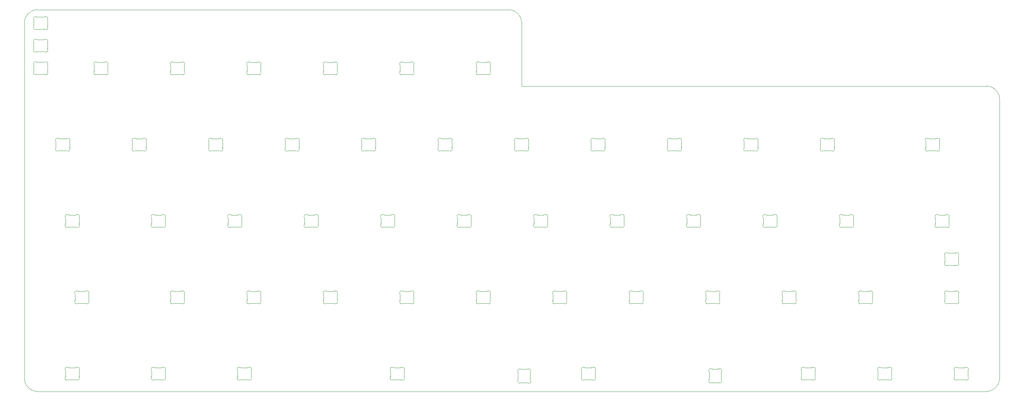
<source format=gbr>
G04 #@! TF.GenerationSoftware,KiCad,Pcbnew,(7.0.0)*
G04 #@! TF.CreationDate,2023-09-30T19:12:23+02:00*
G04 #@! TF.ProjectId,vootington gaming,766f6f74-696e-4677-946f-6e2067616d69,rev?*
G04 #@! TF.SameCoordinates,Original*
G04 #@! TF.FileFunction,Profile,NP*
%FSLAX46Y46*%
G04 Gerber Fmt 4.6, Leading zero omitted, Abs format (unit mm)*
G04 Created by KiCad (PCBNEW (7.0.0)) date 2023-09-30 19:12:23*
%MOMM*%
%LPD*%
G01*
G04 APERTURE LIST*
G04 #@! TA.AperFunction,Profile*
%ADD10C,0.050000*%
G04 #@! TD*
G04 #@! TA.AperFunction,Profile*
%ADD11C,0.100000*%
G04 #@! TD*
G04 APERTURE END LIST*
D10*
X269875000Y-34925000D02*
X269875000Y-104775000D01*
X50681250Y-12700000D02*
X60281250Y-12700000D01*
X49657000Y-12700000D02*
X50681250Y-12700000D01*
X26987500Y-104775000D02*
G75*
G03*
X30162500Y-107950000I3175000J0D01*
G01*
X26987500Y-104775000D02*
X26987500Y-27384375D01*
X61341000Y-12700000D02*
X60281250Y-12700000D01*
X246459375Y-31750000D02*
X160337500Y-31750000D01*
X266700000Y-107950000D02*
X30162500Y-107950000D01*
X266700000Y-107950000D02*
G75*
G03*
X269875000Y-104775000I0J3175000D01*
G01*
X26987500Y-27384375D02*
X26987500Y-15875000D01*
X150812500Y-15875000D02*
G75*
G03*
X147637500Y-12700000I-3175100J-100D01*
G01*
X61341000Y-12700000D02*
X147637500Y-12700000D01*
X30162500Y-12700000D02*
G75*
G03*
X26987500Y-15875000I0J-3175000D01*
G01*
X30162500Y-12700000D02*
X49657000Y-12700000D01*
X150812500Y-31750000D02*
X160337500Y-31750000D01*
X150812500Y-15875000D02*
X150812500Y-31750000D01*
X269875000Y-34925000D02*
G75*
G03*
X266700000Y-31750000I-3175100J-100D01*
G01*
X246459375Y-31750000D02*
X266700000Y-31750000D01*
D11*
X152962750Y-103325548D02*
X152962750Y-104914453D01*
X152165593Y-105819999D02*
X150759909Y-105819999D01*
X150759909Y-102420001D02*
X152165593Y-102420001D01*
X149962751Y-104914452D02*
X149962751Y-103325548D01*
X152962750Y-104914453D02*
G75*
G03*
X153031049Y-105166711I500009J3D01*
G01*
X152382472Y-105869483D02*
G75*
G03*
X153031048Y-105166711I216878J450513D01*
G01*
X153031050Y-103073289D02*
G75*
G03*
X152962751Y-103325547I431710J-252261D01*
G01*
X153031051Y-103073289D02*
G75*
G03*
X152382471Y-102370516I-431711J252249D01*
G01*
X152165593Y-102419999D02*
G75*
G03*
X152382471Y-102370515I-43J500199D01*
G01*
X152382465Y-105869497D02*
G75*
G03*
X152165594Y-105819999I-216815J-450103D01*
G01*
X150543021Y-102370536D02*
G75*
G03*
X150759908Y-102420001I216929J450936D01*
G01*
X149894486Y-105166731D02*
G75*
G03*
X150543032Y-105869483I431664J-252269D01*
G01*
X150759909Y-105819986D02*
G75*
G03*
X150543031Y-105869485I-59J-499614D01*
G01*
X149894452Y-105166711D02*
G75*
G03*
X149962751Y-104914452I-431712J252261D01*
G01*
X150543029Y-102370520D02*
G75*
G03*
X149894454Y-103073289I-216879J-450510D01*
G01*
X149962734Y-103325548D02*
G75*
G03*
X149894451Y-103073290I-499184J248D01*
G01*
X37193751Y-104231843D02*
X37193751Y-102826159D01*
X38099298Y-102029001D02*
X39688202Y-102029001D01*
X39688202Y-105029000D02*
X38099297Y-105029000D01*
X40593749Y-102826159D02*
X40593749Y-104231843D01*
X37193750Y-102826159D02*
G75*
G03*
X37144265Y-102609281I-499989J2D01*
G01*
X37847039Y-101960702D02*
G75*
G03*
X37144267Y-102609282I-252259J-431700D01*
G01*
X37144266Y-104448721D02*
G75*
G03*
X37193751Y-104231844I-450505J216876D01*
G01*
X37144266Y-104448721D02*
G75*
G03*
X37847039Y-105097299I450514J-216878D01*
G01*
X38099297Y-105029000D02*
G75*
G03*
X37847039Y-105097299I3J-500009D01*
G01*
X37847039Y-101960702D02*
G75*
G03*
X38099298Y-102029001I252261J431710D01*
G01*
X39940461Y-105097300D02*
G75*
G03*
X39688203Y-105029001I-252261J-431710D01*
G01*
X39688202Y-102029000D02*
G75*
G03*
X39940460Y-101960702I-2J500010D01*
G01*
X40643230Y-102609279D02*
G75*
G03*
X39940461Y-101960704I-450510J216879D01*
G01*
X40643234Y-102609281D02*
G75*
G03*
X40593749Y-102826158I450866J-216959D01*
G01*
X39940461Y-105097300D02*
G75*
G03*
X40643234Y-104448721I252259J431700D01*
G01*
X40593761Y-104231843D02*
G75*
G03*
X40643235Y-104448721I500289J43D01*
G01*
X114412499Y-45676157D02*
X114412499Y-47081841D01*
X113506952Y-47878999D02*
X111918048Y-47878999D01*
X111918048Y-44879000D02*
X113506953Y-44879000D01*
X111012501Y-47081841D02*
X111012501Y-45676157D01*
X114412500Y-47081841D02*
G75*
G03*
X114461985Y-47298719I499989J-2D01*
G01*
X113759211Y-47947298D02*
G75*
G03*
X114461983Y-47298718I252259J431700D01*
G01*
X114461984Y-45459279D02*
G75*
G03*
X114412499Y-45676156I450505J-216876D01*
G01*
X114461984Y-45459279D02*
G75*
G03*
X113759211Y-44810701I-450514J216878D01*
G01*
X113506953Y-44879000D02*
G75*
G03*
X113759211Y-44810701I-3J500009D01*
G01*
X113759211Y-47947298D02*
G75*
G03*
X113506952Y-47878999I-252261J-431710D01*
G01*
X111665789Y-44810700D02*
G75*
G03*
X111918047Y-44878999I252261J431710D01*
G01*
X111918048Y-47879000D02*
G75*
G03*
X111665790Y-47947298I2J-500010D01*
G01*
X110963020Y-47298721D02*
G75*
G03*
X111665789Y-47947296I450510J-216879D01*
G01*
X110963016Y-47298719D02*
G75*
G03*
X111012501Y-47081842I-450866J216959D01*
G01*
X111665789Y-44810700D02*
G75*
G03*
X110963016Y-45459279I-252259J-431700D01*
G01*
X111012489Y-45676157D02*
G75*
G03*
X110963015Y-45459279I-500289J-43D01*
G01*
X42974999Y-83776157D02*
X42974999Y-85181841D01*
X42069452Y-85978999D02*
X40480548Y-85978999D01*
X40480548Y-82979000D02*
X42069453Y-82979000D01*
X39575001Y-85181841D02*
X39575001Y-83776157D01*
X42975000Y-85181841D02*
G75*
G03*
X43024485Y-85398719I499989J-2D01*
G01*
X42321711Y-86047298D02*
G75*
G03*
X43024483Y-85398718I252259J431700D01*
G01*
X43024484Y-83559279D02*
G75*
G03*
X42974999Y-83776156I450505J-216876D01*
G01*
X43024484Y-83559279D02*
G75*
G03*
X42321711Y-82910701I-450514J216878D01*
G01*
X42069453Y-82979000D02*
G75*
G03*
X42321711Y-82910701I-3J500009D01*
G01*
X42321711Y-86047298D02*
G75*
G03*
X42069452Y-85978999I-252261J-431710D01*
G01*
X40228289Y-82910700D02*
G75*
G03*
X40480547Y-82978999I252261J431710D01*
G01*
X40480548Y-85979000D02*
G75*
G03*
X40228290Y-86047298I2J-500010D01*
G01*
X39525520Y-85398721D02*
G75*
G03*
X40228289Y-86047296I450510J-216879D01*
G01*
X39525516Y-85398719D02*
G75*
G03*
X39575001Y-85181842I-450866J216959D01*
G01*
X40228289Y-82910700D02*
G75*
G03*
X39525516Y-83559279I-252259J-431700D01*
G01*
X39574989Y-83776157D02*
G75*
G03*
X39525515Y-83559279I-500289J-43D01*
G01*
X219187499Y-83776157D02*
X219187499Y-85181841D01*
X218281952Y-85978999D02*
X216693048Y-85978999D01*
X216693048Y-82979000D02*
X218281953Y-82979000D01*
X215787501Y-85181841D02*
X215787501Y-83776157D01*
X219187500Y-85181841D02*
G75*
G03*
X219236985Y-85398719I499989J-2D01*
G01*
X218534211Y-86047298D02*
G75*
G03*
X219236983Y-85398718I252259J431700D01*
G01*
X219236984Y-83559279D02*
G75*
G03*
X219187499Y-83776156I450505J-216876D01*
G01*
X219236984Y-83559279D02*
G75*
G03*
X218534211Y-82910701I-450514J216878D01*
G01*
X218281953Y-82979000D02*
G75*
G03*
X218534211Y-82910701I-3J500009D01*
G01*
X218534211Y-86047298D02*
G75*
G03*
X218281952Y-85978999I-252261J-431710D01*
G01*
X216440789Y-82910700D02*
G75*
G03*
X216693047Y-82978999I252261J431710D01*
G01*
X216693048Y-85979000D02*
G75*
G03*
X216440790Y-86047298I2J-500010D01*
G01*
X215738020Y-85398721D02*
G75*
G03*
X216440789Y-86047296I450510J-216879D01*
G01*
X215738016Y-85398719D02*
G75*
G03*
X215787501Y-85181842I-450866J216959D01*
G01*
X216440789Y-82910700D02*
G75*
G03*
X215738016Y-83559279I-252259J-431700D01*
G01*
X215787489Y-83776157D02*
G75*
G03*
X215738015Y-83559279I-500289J-43D01*
G01*
X258650001Y-104231843D02*
X258650001Y-102826159D01*
X259555548Y-102029001D02*
X261144452Y-102029001D01*
X261144452Y-105029000D02*
X259555547Y-105029000D01*
X262049999Y-102826159D02*
X262049999Y-104231843D01*
X258650000Y-102826159D02*
G75*
G03*
X258600515Y-102609281I-499989J2D01*
G01*
X259303289Y-101960702D02*
G75*
G03*
X258600517Y-102609282I-252259J-431700D01*
G01*
X258600516Y-104448721D02*
G75*
G03*
X258650001Y-104231844I-450505J216876D01*
G01*
X258600516Y-104448721D02*
G75*
G03*
X259303289Y-105097299I450514J-216878D01*
G01*
X259555547Y-105029000D02*
G75*
G03*
X259303289Y-105097299I3J-500009D01*
G01*
X259303289Y-101960702D02*
G75*
G03*
X259555548Y-102029001I252261J431710D01*
G01*
X261396711Y-105097300D02*
G75*
G03*
X261144453Y-105029001I-252261J-431710D01*
G01*
X261144452Y-102029000D02*
G75*
G03*
X261396710Y-101960702I-2J500010D01*
G01*
X262099480Y-102609279D02*
G75*
G03*
X261396711Y-101960704I-450510J216879D01*
G01*
X262099484Y-102609281D02*
G75*
G03*
X262049999Y-102826158I450866J-216959D01*
G01*
X261396711Y-105097300D02*
G75*
G03*
X262099484Y-104448721I252259J431700D01*
G01*
X262050011Y-104231843D02*
G75*
G03*
X262099485Y-104448721I500289J43D01*
G01*
X190612499Y-45676157D02*
X190612499Y-47081841D01*
X189706952Y-47878999D02*
X188118048Y-47878999D01*
X188118048Y-44879000D02*
X189706953Y-44879000D01*
X187212501Y-47081841D02*
X187212501Y-45676157D01*
X190612500Y-47081841D02*
G75*
G03*
X190661985Y-47298719I499989J-2D01*
G01*
X189959211Y-47947298D02*
G75*
G03*
X190661983Y-47298718I252259J431700D01*
G01*
X190661984Y-45459279D02*
G75*
G03*
X190612499Y-45676156I450505J-216876D01*
G01*
X190661984Y-45459279D02*
G75*
G03*
X189959211Y-44810701I-450514J216878D01*
G01*
X189706953Y-44879000D02*
G75*
G03*
X189959211Y-44810701I-3J500009D01*
G01*
X189959211Y-47947298D02*
G75*
G03*
X189706952Y-47878999I-252261J-431710D01*
G01*
X187865789Y-44810700D02*
G75*
G03*
X188118047Y-44878999I252261J431710D01*
G01*
X188118048Y-47879000D02*
G75*
G03*
X187865790Y-47947298I2J-500010D01*
G01*
X187163020Y-47298721D02*
G75*
G03*
X187865789Y-47947296I450510J-216879D01*
G01*
X187163016Y-47298719D02*
G75*
G03*
X187212501Y-47081842I-450866J216959D01*
G01*
X187865789Y-44810700D02*
G75*
G03*
X187163016Y-45459279I-252259J-431700D01*
G01*
X187212489Y-45676157D02*
G75*
G03*
X187163015Y-45459279I-500289J-43D01*
G01*
X80056251Y-104231843D02*
X80056251Y-102826159D01*
X80961798Y-102029001D02*
X82550702Y-102029001D01*
X82550702Y-105029000D02*
X80961797Y-105029000D01*
X83456249Y-102826159D02*
X83456249Y-104231843D01*
X80056250Y-102826159D02*
G75*
G03*
X80006765Y-102609281I-499989J2D01*
G01*
X80709539Y-101960702D02*
G75*
G03*
X80006767Y-102609282I-252259J-431700D01*
G01*
X80006766Y-104448721D02*
G75*
G03*
X80056251Y-104231844I-450505J216876D01*
G01*
X80006766Y-104448721D02*
G75*
G03*
X80709539Y-105097299I450514J-216878D01*
G01*
X80961797Y-105029000D02*
G75*
G03*
X80709539Y-105097299I3J-500009D01*
G01*
X80709539Y-101960702D02*
G75*
G03*
X80961798Y-102029001I252261J431710D01*
G01*
X82802961Y-105097300D02*
G75*
G03*
X82550703Y-105029001I-252261J-431710D01*
G01*
X82550702Y-102029000D02*
G75*
G03*
X82802960Y-101960702I-2J500010D01*
G01*
X83505730Y-102609279D02*
G75*
G03*
X82802961Y-101960704I-450510J216879D01*
G01*
X83505734Y-102609281D02*
G75*
G03*
X83456249Y-102826158I450866J-216959D01*
G01*
X82802961Y-105097300D02*
G75*
G03*
X83505734Y-104448721I252259J431700D01*
G01*
X83456261Y-104231843D02*
G75*
G03*
X83505735Y-104448721I500289J43D01*
G01*
X29312501Y-16742843D02*
X29312501Y-15337159D01*
X30218048Y-14540001D02*
X31806952Y-14540001D01*
X31806952Y-17540000D02*
X30218047Y-17540000D01*
X32712499Y-15337159D02*
X32712499Y-16742843D01*
X29312500Y-15337159D02*
G75*
G03*
X29263015Y-15120281I-499989J2D01*
G01*
X29965789Y-14471702D02*
G75*
G03*
X29263017Y-15120282I-252259J-431700D01*
G01*
X29263016Y-16959721D02*
G75*
G03*
X29312501Y-16742844I-450505J216876D01*
G01*
X29263016Y-16959721D02*
G75*
G03*
X29965789Y-17608299I450514J-216878D01*
G01*
X30218047Y-17540000D02*
G75*
G03*
X29965789Y-17608299I3J-500009D01*
G01*
X29965789Y-14471702D02*
G75*
G03*
X30218048Y-14540001I252261J431710D01*
G01*
X32059211Y-17608300D02*
G75*
G03*
X31806953Y-17540001I-252261J-431710D01*
G01*
X31806952Y-14540000D02*
G75*
G03*
X32059210Y-14471702I-2J500010D01*
G01*
X32761980Y-15120279D02*
G75*
G03*
X32059211Y-14471704I-450510J216879D01*
G01*
X32761984Y-15120281D02*
G75*
G03*
X32712499Y-15337158I450866J-216959D01*
G01*
X32059211Y-17608300D02*
G75*
G03*
X32761984Y-16959721I252259J431700D01*
G01*
X32712511Y-16742843D02*
G75*
G03*
X32761985Y-16959721I500289J43D01*
G01*
X58625001Y-66131843D02*
X58625001Y-64726159D01*
X59530548Y-63929001D02*
X61119452Y-63929001D01*
X61119452Y-66929000D02*
X59530547Y-66929000D01*
X62024999Y-64726159D02*
X62024999Y-66131843D01*
X58625000Y-64726159D02*
G75*
G03*
X58575515Y-64509281I-499989J2D01*
G01*
X59278289Y-63860702D02*
G75*
G03*
X58575517Y-64509282I-252259J-431700D01*
G01*
X58575516Y-66348721D02*
G75*
G03*
X58625001Y-66131844I-450505J216876D01*
G01*
X58575516Y-66348721D02*
G75*
G03*
X59278289Y-66997299I450514J-216878D01*
G01*
X59530547Y-66929000D02*
G75*
G03*
X59278289Y-66997299I3J-500009D01*
G01*
X59278289Y-63860702D02*
G75*
G03*
X59530548Y-63929001I252261J431710D01*
G01*
X61371711Y-66997300D02*
G75*
G03*
X61119453Y-66929001I-252261J-431710D01*
G01*
X61119452Y-63929000D02*
G75*
G03*
X61371710Y-63860702I-2J500010D01*
G01*
X62074480Y-64509279D02*
G75*
G03*
X61371711Y-63860704I-450510J216879D01*
G01*
X62074484Y-64509281D02*
G75*
G03*
X62024999Y-64726158I450866J-216959D01*
G01*
X61371711Y-66997300D02*
G75*
G03*
X62074484Y-66348721I252259J431700D01*
G01*
X62025011Y-66131843D02*
G75*
G03*
X62074485Y-66348721I500289J43D01*
G01*
X96725001Y-66131843D02*
X96725001Y-64726159D01*
X97630548Y-63929001D02*
X99219452Y-63929001D01*
X99219452Y-66929000D02*
X97630547Y-66929000D01*
X100124999Y-64726159D02*
X100124999Y-66131843D01*
X96725000Y-64726159D02*
G75*
G03*
X96675515Y-64509281I-499989J2D01*
G01*
X97378289Y-63860702D02*
G75*
G03*
X96675517Y-64509282I-252259J-431700D01*
G01*
X96675516Y-66348721D02*
G75*
G03*
X96725001Y-66131844I-450505J216876D01*
G01*
X96675516Y-66348721D02*
G75*
G03*
X97378289Y-66997299I450514J-216878D01*
G01*
X97630547Y-66929000D02*
G75*
G03*
X97378289Y-66997299I3J-500009D01*
G01*
X97378289Y-63860702D02*
G75*
G03*
X97630548Y-63929001I252261J431710D01*
G01*
X99471711Y-66997300D02*
G75*
G03*
X99219453Y-66929001I-252261J-431710D01*
G01*
X99219452Y-63929000D02*
G75*
G03*
X99471710Y-63860702I-2J500010D01*
G01*
X100174480Y-64509279D02*
G75*
G03*
X99471711Y-63860704I-450510J216879D01*
G01*
X100174484Y-64509281D02*
G75*
G03*
X100124999Y-64726158I450866J-216959D01*
G01*
X99471711Y-66997300D02*
G75*
G03*
X100174484Y-66348721I252259J431700D01*
G01*
X100125011Y-66131843D02*
G75*
G03*
X100174485Y-66348721I500289J43D01*
G01*
X76312499Y-45676157D02*
X76312499Y-47081841D01*
X75406952Y-47878999D02*
X73818048Y-47878999D01*
X73818048Y-44879000D02*
X75406953Y-44879000D01*
X72912501Y-47081841D02*
X72912501Y-45676157D01*
X76312500Y-47081841D02*
G75*
G03*
X76361985Y-47298719I499989J-2D01*
G01*
X75659211Y-47947298D02*
G75*
G03*
X76361983Y-47298718I252259J431700D01*
G01*
X76361984Y-45459279D02*
G75*
G03*
X76312499Y-45676156I450505J-216876D01*
G01*
X76361984Y-45459279D02*
G75*
G03*
X75659211Y-44810701I-450514J216878D01*
G01*
X75406953Y-44879000D02*
G75*
G03*
X75659211Y-44810701I-3J500009D01*
G01*
X75659211Y-47947298D02*
G75*
G03*
X75406952Y-47878999I-252261J-431710D01*
G01*
X73565789Y-44810700D02*
G75*
G03*
X73818047Y-44878999I252261J431710D01*
G01*
X73818048Y-47879000D02*
G75*
G03*
X73565790Y-47947298I2J-500010D01*
G01*
X72863020Y-47298721D02*
G75*
G03*
X73565789Y-47947296I450510J-216879D01*
G01*
X72863016Y-47298719D02*
G75*
G03*
X72912501Y-47081842I-450866J216959D01*
G01*
X73565789Y-44810700D02*
G75*
G03*
X72863016Y-45459279I-252259J-431700D01*
G01*
X72912489Y-45676157D02*
G75*
G03*
X72863015Y-45459279I-500289J-43D01*
G01*
X115775001Y-66131843D02*
X115775001Y-64726159D01*
X116680548Y-63929001D02*
X118269452Y-63929001D01*
X118269452Y-66929000D02*
X116680547Y-66929000D01*
X119174999Y-64726159D02*
X119174999Y-66131843D01*
X115775000Y-64726159D02*
G75*
G03*
X115725515Y-64509281I-499989J2D01*
G01*
X116428289Y-63860702D02*
G75*
G03*
X115725517Y-64509282I-252259J-431700D01*
G01*
X115725516Y-66348721D02*
G75*
G03*
X115775001Y-66131844I-450505J216876D01*
G01*
X115725516Y-66348721D02*
G75*
G03*
X116428289Y-66997299I450514J-216878D01*
G01*
X116680547Y-66929000D02*
G75*
G03*
X116428289Y-66997299I3J-500009D01*
G01*
X116428289Y-63860702D02*
G75*
G03*
X116680548Y-63929001I252261J431710D01*
G01*
X118521711Y-66997300D02*
G75*
G03*
X118269453Y-66929001I-252261J-431710D01*
G01*
X118269452Y-63929000D02*
G75*
G03*
X118521710Y-63860702I-2J500010D01*
G01*
X119224480Y-64509279D02*
G75*
G03*
X118521711Y-63860704I-450510J216879D01*
G01*
X119224484Y-64509281D02*
G75*
G03*
X119174999Y-64726158I450866J-216959D01*
G01*
X118521711Y-66997300D02*
G75*
G03*
X119224484Y-66348721I252259J431700D01*
G01*
X119175011Y-66131843D02*
G75*
G03*
X119224485Y-66348721I500289J43D01*
G01*
X211025001Y-66131843D02*
X211025001Y-64726159D01*
X211930548Y-63929001D02*
X213519452Y-63929001D01*
X213519452Y-66929000D02*
X211930547Y-66929000D01*
X214424999Y-64726159D02*
X214424999Y-66131843D01*
X211025000Y-64726159D02*
G75*
G03*
X210975515Y-64509281I-499989J2D01*
G01*
X211678289Y-63860702D02*
G75*
G03*
X210975517Y-64509282I-252259J-431700D01*
G01*
X210975516Y-66348721D02*
G75*
G03*
X211025001Y-66131844I-450505J216876D01*
G01*
X210975516Y-66348721D02*
G75*
G03*
X211678289Y-66997299I450514J-216878D01*
G01*
X211930547Y-66929000D02*
G75*
G03*
X211678289Y-66997299I3J-500009D01*
G01*
X211678289Y-63860702D02*
G75*
G03*
X211930548Y-63929001I252261J431710D01*
G01*
X213771711Y-66997300D02*
G75*
G03*
X213519453Y-66929001I-252261J-431710D01*
G01*
X213519452Y-63929000D02*
G75*
G03*
X213771710Y-63860702I-2J500010D01*
G01*
X214474480Y-64509279D02*
G75*
G03*
X213771711Y-63860704I-450510J216879D01*
G01*
X214474484Y-64509281D02*
G75*
G03*
X214424999Y-64726158I450866J-216959D01*
G01*
X213771711Y-66997300D02*
G75*
G03*
X214474484Y-66348721I252259J431700D01*
G01*
X214425011Y-66131843D02*
G75*
G03*
X214474485Y-66348721I500289J43D01*
G01*
X29312501Y-28007843D02*
X29312501Y-26602159D01*
X30218048Y-25805001D02*
X31806952Y-25805001D01*
X31806952Y-28805000D02*
X30218047Y-28805000D01*
X32712499Y-26602159D02*
X32712499Y-28007843D01*
X29312500Y-26602159D02*
G75*
G03*
X29263015Y-26385281I-499989J2D01*
G01*
X29965789Y-25736702D02*
G75*
G03*
X29263017Y-26385282I-252259J-431700D01*
G01*
X29263016Y-28224721D02*
G75*
G03*
X29312501Y-28007844I-450505J216876D01*
G01*
X29263016Y-28224721D02*
G75*
G03*
X29965789Y-28873299I450514J-216878D01*
G01*
X30218047Y-28805000D02*
G75*
G03*
X29965789Y-28873299I3J-500009D01*
G01*
X29965789Y-25736702D02*
G75*
G03*
X30218048Y-25805001I252261J431710D01*
G01*
X32059211Y-28873300D02*
G75*
G03*
X31806953Y-28805001I-252261J-431710D01*
G01*
X31806952Y-25805000D02*
G75*
G03*
X32059210Y-25736702I-2J500010D01*
G01*
X32761980Y-26385279D02*
G75*
G03*
X32059211Y-25736704I-450510J216879D01*
G01*
X32761984Y-26385281D02*
G75*
G03*
X32712499Y-26602158I450866J-216959D01*
G01*
X32059211Y-28873300D02*
G75*
G03*
X32761984Y-28224721I252259J431700D01*
G01*
X32712511Y-28007843D02*
G75*
G03*
X32761985Y-28224721I500289J43D01*
G01*
X259668749Y-74251157D02*
X259668749Y-75656841D01*
X258763202Y-76453999D02*
X257174298Y-76453999D01*
X257174298Y-73454000D02*
X258763203Y-73454000D01*
X256268751Y-75656841D02*
X256268751Y-74251157D01*
X259668750Y-75656841D02*
G75*
G03*
X259718235Y-75873719I499989J-2D01*
G01*
X259015461Y-76522298D02*
G75*
G03*
X259718233Y-75873718I252259J431700D01*
G01*
X259718234Y-74034279D02*
G75*
G03*
X259668749Y-74251156I450505J-216876D01*
G01*
X259718234Y-74034279D02*
G75*
G03*
X259015461Y-73385701I-450514J216878D01*
G01*
X258763203Y-73454000D02*
G75*
G03*
X259015461Y-73385701I-3J500009D01*
G01*
X259015461Y-76522298D02*
G75*
G03*
X258763202Y-76453999I-252261J-431710D01*
G01*
X256922039Y-73385700D02*
G75*
G03*
X257174297Y-73453999I252261J431710D01*
G01*
X257174298Y-76454000D02*
G75*
G03*
X256922040Y-76522298I2J-500010D01*
G01*
X256219270Y-75873721D02*
G75*
G03*
X256922039Y-76522296I450510J-216879D01*
G01*
X256219266Y-75873719D02*
G75*
G03*
X256268751Y-75656842I-450866J216959D01*
G01*
X256922039Y-73385700D02*
G75*
G03*
X256219266Y-74034279I-252259J-431700D01*
G01*
X256268739Y-74251157D02*
G75*
G03*
X256219265Y-74034279I-500289J-43D01*
G01*
X38212499Y-45676157D02*
X38212499Y-47081841D01*
X37306952Y-47878999D02*
X35718048Y-47878999D01*
X35718048Y-44879000D02*
X37306953Y-44879000D01*
X34812501Y-47081841D02*
X34812501Y-45676157D01*
X38212500Y-47081841D02*
G75*
G03*
X38261985Y-47298719I499989J-2D01*
G01*
X37559211Y-47947298D02*
G75*
G03*
X38261983Y-47298718I252259J431700D01*
G01*
X38261984Y-45459279D02*
G75*
G03*
X38212499Y-45676156I450505J-216876D01*
G01*
X38261984Y-45459279D02*
G75*
G03*
X37559211Y-44810701I-450514J216878D01*
G01*
X37306953Y-44879000D02*
G75*
G03*
X37559211Y-44810701I-3J500009D01*
G01*
X37559211Y-47947298D02*
G75*
G03*
X37306952Y-47878999I-252261J-431710D01*
G01*
X35465789Y-44810700D02*
G75*
G03*
X35718047Y-44878999I252261J431710D01*
G01*
X35718048Y-47879000D02*
G75*
G03*
X35465790Y-47947298I2J-500010D01*
G01*
X34763020Y-47298721D02*
G75*
G03*
X35465789Y-47947296I450510J-216879D01*
G01*
X34763016Y-47298719D02*
G75*
G03*
X34812501Y-47081842I-450866J216959D01*
G01*
X35465789Y-44810700D02*
G75*
G03*
X34763016Y-45459279I-252259J-431700D01*
G01*
X34812489Y-45676157D02*
G75*
G03*
X34763015Y-45459279I-500289J-43D01*
G01*
X63387501Y-28031843D02*
X63387501Y-26626159D01*
X64293048Y-25829001D02*
X65881952Y-25829001D01*
X65881952Y-28829000D02*
X64293047Y-28829000D01*
X66787499Y-26626159D02*
X66787499Y-28031843D01*
X63387500Y-26626159D02*
G75*
G03*
X63338015Y-26409281I-499989J2D01*
G01*
X64040789Y-25760702D02*
G75*
G03*
X63338017Y-26409282I-252259J-431700D01*
G01*
X63338016Y-28248721D02*
G75*
G03*
X63387501Y-28031844I-450505J216876D01*
G01*
X63338016Y-28248721D02*
G75*
G03*
X64040789Y-28897299I450514J-216878D01*
G01*
X64293047Y-28829000D02*
G75*
G03*
X64040789Y-28897299I3J-500009D01*
G01*
X64040789Y-25760702D02*
G75*
G03*
X64293048Y-25829001I252261J431710D01*
G01*
X66134211Y-28897300D02*
G75*
G03*
X65881953Y-28829001I-252261J-431710D01*
G01*
X65881952Y-25829000D02*
G75*
G03*
X66134210Y-25760702I-2J500010D01*
G01*
X66836980Y-26409279D02*
G75*
G03*
X66134211Y-25760704I-450510J216879D01*
G01*
X66836984Y-26409281D02*
G75*
G03*
X66787499Y-26626158I450866J-216959D01*
G01*
X66134211Y-28897300D02*
G75*
G03*
X66836984Y-28248721I252259J431700D01*
G01*
X66787487Y-28031843D02*
G75*
G03*
X66836984Y-28248721I500513J143D01*
G01*
X37193751Y-66131843D02*
X37193751Y-64726159D01*
X38099298Y-63929001D02*
X39688202Y-63929001D01*
X39688202Y-66929000D02*
X38099297Y-66929000D01*
X40593749Y-64726159D02*
X40593749Y-66131843D01*
X37193750Y-64726159D02*
G75*
G03*
X37144265Y-64509281I-499989J2D01*
G01*
X37847039Y-63860702D02*
G75*
G03*
X37144267Y-64509282I-252259J-431700D01*
G01*
X37144266Y-66348721D02*
G75*
G03*
X37193751Y-66131844I-450505J216876D01*
G01*
X37144266Y-66348721D02*
G75*
G03*
X37847039Y-66997299I450514J-216878D01*
G01*
X38099297Y-66929000D02*
G75*
G03*
X37847039Y-66997299I3J-500009D01*
G01*
X37847039Y-63860702D02*
G75*
G03*
X38099298Y-63929001I252261J431710D01*
G01*
X39940461Y-66997300D02*
G75*
G03*
X39688203Y-66929001I-252261J-431710D01*
G01*
X39688202Y-63929000D02*
G75*
G03*
X39940460Y-63860702I-2J500010D01*
G01*
X40643230Y-64509279D02*
G75*
G03*
X39940461Y-63860704I-450510J216879D01*
G01*
X40643234Y-64509281D02*
G75*
G03*
X40593749Y-64726158I450866J-216959D01*
G01*
X39940461Y-66997300D02*
G75*
G03*
X40643234Y-66348721I252259J431700D01*
G01*
X40593761Y-66131843D02*
G75*
G03*
X40643235Y-66348721I500289J43D01*
G01*
X200137499Y-83776157D02*
X200137499Y-85181841D01*
X199231952Y-85978999D02*
X197643048Y-85978999D01*
X197643048Y-82979000D02*
X199231953Y-82979000D01*
X196737501Y-85181841D02*
X196737501Y-83776157D01*
X200137500Y-85181841D02*
G75*
G03*
X200186985Y-85398719I499989J-2D01*
G01*
X199484211Y-86047298D02*
G75*
G03*
X200186983Y-85398718I252259J431700D01*
G01*
X200186984Y-83559279D02*
G75*
G03*
X200137499Y-83776156I450505J-216876D01*
G01*
X200186984Y-83559279D02*
G75*
G03*
X199484211Y-82910701I-450514J216878D01*
G01*
X199231953Y-82979000D02*
G75*
G03*
X199484211Y-82910701I-3J500009D01*
G01*
X199484211Y-86047298D02*
G75*
G03*
X199231952Y-85978999I-252261J-431710D01*
G01*
X197390789Y-82910700D02*
G75*
G03*
X197643047Y-82978999I252261J431710D01*
G01*
X197643048Y-85979000D02*
G75*
G03*
X197390790Y-86047298I2J-500010D01*
G01*
X196688020Y-85398721D02*
G75*
G03*
X197390789Y-86047296I450510J-216879D01*
G01*
X196688016Y-85398719D02*
G75*
G03*
X196737501Y-85181842I-450866J216959D01*
G01*
X197390789Y-82910700D02*
G75*
G03*
X196688016Y-83559279I-252259J-431700D01*
G01*
X196737489Y-83776157D02*
G75*
G03*
X196688015Y-83559279I-500289J-43D01*
G01*
X228712499Y-45676157D02*
X228712499Y-47081841D01*
X227806952Y-47878999D02*
X226218048Y-47878999D01*
X226218048Y-44879000D02*
X227806953Y-44879000D01*
X225312501Y-47081841D02*
X225312501Y-45676157D01*
X228712500Y-47081841D02*
G75*
G03*
X228761985Y-47298719I499989J-2D01*
G01*
X228059211Y-47947298D02*
G75*
G03*
X228761983Y-47298718I252259J431700D01*
G01*
X228761984Y-45459279D02*
G75*
G03*
X228712499Y-45676156I450505J-216876D01*
G01*
X228761984Y-45459279D02*
G75*
G03*
X228059211Y-44810701I-450514J216878D01*
G01*
X227806953Y-44879000D02*
G75*
G03*
X228059211Y-44810701I-3J500009D01*
G01*
X228059211Y-47947298D02*
G75*
G03*
X227806952Y-47878999I-252261J-431710D01*
G01*
X225965789Y-44810700D02*
G75*
G03*
X226218047Y-44878999I252261J431710D01*
G01*
X226218048Y-47879000D02*
G75*
G03*
X225965790Y-47947298I2J-500010D01*
G01*
X225263020Y-47298721D02*
G75*
G03*
X225965789Y-47947296I450510J-216879D01*
G01*
X225263016Y-47298719D02*
G75*
G03*
X225312501Y-47081842I-450866J216959D01*
G01*
X225965789Y-44810700D02*
G75*
G03*
X225263016Y-45459279I-252259J-431700D01*
G01*
X225312489Y-45676157D02*
G75*
G03*
X225263015Y-45459279I-500289J-43D01*
G01*
X200575749Y-103268548D02*
X200575749Y-104857453D01*
X199778592Y-105762999D02*
X198372908Y-105762999D01*
X198372908Y-102363001D02*
X199778592Y-102363001D01*
X197575750Y-104857452D02*
X197575750Y-103268548D01*
X200575749Y-104857453D02*
G75*
G03*
X200644048Y-105109711I500009J3D01*
G01*
X199995471Y-105812481D02*
G75*
G03*
X200644047Y-105109711I216879J450511D01*
G01*
X200644049Y-103016289D02*
G75*
G03*
X200575750Y-103268547I431710J-252261D01*
G01*
X200644051Y-103016290D02*
G75*
G03*
X199995470Y-102313516I-431711J252250D01*
G01*
X199778592Y-102362999D02*
G75*
G03*
X199995470Y-102313516I-42J500199D01*
G01*
X199995467Y-105812491D02*
G75*
G03*
X199778593Y-105762999I-216917J-450609D01*
G01*
X198156021Y-102313535D02*
G75*
G03*
X198372907Y-102363001I216929J450935D01*
G01*
X197507486Y-105109732D02*
G75*
G03*
X198156031Y-105812484I431664J-252268D01*
G01*
X198372908Y-105762999D02*
G75*
G03*
X198156030Y-105812484I-158J-499301D01*
G01*
X197507451Y-105109711D02*
G75*
G03*
X197575750Y-104857452I-431711J252261D01*
G01*
X198156028Y-102313519D02*
G75*
G03*
X197507454Y-103016289I-216878J-450511D01*
G01*
X197575738Y-103268548D02*
G75*
G03*
X197507451Y-103016290I-498788J348D01*
G01*
X139587501Y-28031843D02*
X139587501Y-26626159D01*
X140493048Y-25829001D02*
X142081952Y-25829001D01*
X142081952Y-28829000D02*
X140493047Y-28829000D01*
X142987499Y-26626159D02*
X142987499Y-28031843D01*
X139587500Y-26626159D02*
G75*
G03*
X139538015Y-26409281I-499989J2D01*
G01*
X140240789Y-25760702D02*
G75*
G03*
X139538017Y-26409282I-252259J-431700D01*
G01*
X139538016Y-28248721D02*
G75*
G03*
X139587501Y-28031844I-450505J216876D01*
G01*
X139538016Y-28248721D02*
G75*
G03*
X140240789Y-28897299I450514J-216878D01*
G01*
X140493047Y-28829000D02*
G75*
G03*
X140240789Y-28897299I3J-500009D01*
G01*
X140240789Y-25760702D02*
G75*
G03*
X140493048Y-25829001I252261J431710D01*
G01*
X142334211Y-28897300D02*
G75*
G03*
X142081953Y-28829001I-252261J-431710D01*
G01*
X142081952Y-25829000D02*
G75*
G03*
X142334210Y-25760702I-2J500010D01*
G01*
X143036980Y-26409279D02*
G75*
G03*
X142334211Y-25760704I-450510J216879D01*
G01*
X143036984Y-26409281D02*
G75*
G03*
X142987499Y-26626158I450866J-216959D01*
G01*
X142334211Y-28897300D02*
G75*
G03*
X143036984Y-28248721I252259J431700D01*
G01*
X142987487Y-28031843D02*
G75*
G03*
X143036984Y-28248721I500513J143D01*
G01*
X120537501Y-28031843D02*
X120537501Y-26626159D01*
X121443048Y-25829001D02*
X123031952Y-25829001D01*
X123031952Y-28829000D02*
X121443047Y-28829000D01*
X123937499Y-26626159D02*
X123937499Y-28031843D01*
X120537500Y-26626159D02*
G75*
G03*
X120488015Y-26409281I-499989J2D01*
G01*
X121190789Y-25760702D02*
G75*
G03*
X120488017Y-26409282I-252259J-431700D01*
G01*
X120488016Y-28248721D02*
G75*
G03*
X120537501Y-28031844I-450505J216876D01*
G01*
X120488016Y-28248721D02*
G75*
G03*
X121190789Y-28897299I450514J-216878D01*
G01*
X121443047Y-28829000D02*
G75*
G03*
X121190789Y-28897299I3J-500009D01*
G01*
X121190789Y-25760702D02*
G75*
G03*
X121443048Y-25829001I252261J431710D01*
G01*
X123284211Y-28897300D02*
G75*
G03*
X123031953Y-28829001I-252261J-431710D01*
G01*
X123031952Y-25829000D02*
G75*
G03*
X123284210Y-25760702I-2J500010D01*
G01*
X123986980Y-26409279D02*
G75*
G03*
X123284211Y-25760704I-450510J216879D01*
G01*
X123986984Y-26409281D02*
G75*
G03*
X123937499Y-26626158I450866J-216959D01*
G01*
X123284211Y-28897300D02*
G75*
G03*
X123986984Y-28248721I252259J431700D01*
G01*
X123937487Y-28031843D02*
G75*
G03*
X123986984Y-28248721I500513J143D01*
G01*
X220550001Y-104231843D02*
X220550001Y-102826159D01*
X221455548Y-102029001D02*
X223044452Y-102029001D01*
X223044452Y-105029000D02*
X221455547Y-105029000D01*
X223949999Y-102826159D02*
X223949999Y-104231843D01*
X220550000Y-102826159D02*
G75*
G03*
X220500515Y-102609281I-499989J2D01*
G01*
X221203289Y-101960702D02*
G75*
G03*
X220500517Y-102609282I-252259J-431700D01*
G01*
X220500516Y-104448721D02*
G75*
G03*
X220550001Y-104231844I-450505J216876D01*
G01*
X220500516Y-104448721D02*
G75*
G03*
X221203289Y-105097299I450514J-216878D01*
G01*
X221455547Y-105029000D02*
G75*
G03*
X221203289Y-105097299I3J-500009D01*
G01*
X221203289Y-101960702D02*
G75*
G03*
X221455548Y-102029001I252261J431710D01*
G01*
X223296711Y-105097300D02*
G75*
G03*
X223044453Y-105029001I-252261J-431710D01*
G01*
X223044452Y-102029000D02*
G75*
G03*
X223296710Y-101960702I-2J500010D01*
G01*
X223999480Y-102609279D02*
G75*
G03*
X223296711Y-101960704I-450510J216879D01*
G01*
X223999484Y-102609281D02*
G75*
G03*
X223949999Y-102826158I450866J-216959D01*
G01*
X223296711Y-105097300D02*
G75*
G03*
X223999484Y-104448721I252259J431700D01*
G01*
X223950011Y-104231843D02*
G75*
G03*
X223999485Y-104448721I500289J43D01*
G01*
X254906249Y-45676157D02*
X254906249Y-47081841D01*
X254000702Y-47878999D02*
X252411798Y-47878999D01*
X252411798Y-44879000D02*
X254000703Y-44879000D01*
X251506251Y-47081841D02*
X251506251Y-45676157D01*
X254906250Y-47081841D02*
G75*
G03*
X254955735Y-47298719I499989J-2D01*
G01*
X254252961Y-47947298D02*
G75*
G03*
X254955733Y-47298718I252259J431700D01*
G01*
X254955734Y-45459279D02*
G75*
G03*
X254906249Y-45676156I450505J-216876D01*
G01*
X254955734Y-45459279D02*
G75*
G03*
X254252961Y-44810701I-450514J216878D01*
G01*
X254000703Y-44879000D02*
G75*
G03*
X254252961Y-44810701I-3J500009D01*
G01*
X254252961Y-47947298D02*
G75*
G03*
X254000702Y-47878999I-252261J-431710D01*
G01*
X252159539Y-44810700D02*
G75*
G03*
X252411797Y-44878999I252261J431710D01*
G01*
X252411798Y-47879000D02*
G75*
G03*
X252159540Y-47947298I2J-500010D01*
G01*
X251456770Y-47298721D02*
G75*
G03*
X252159539Y-47947296I450510J-216879D01*
G01*
X251456766Y-47298719D02*
G75*
G03*
X251506251Y-47081842I-450866J216959D01*
G01*
X252159539Y-44810700D02*
G75*
G03*
X251456766Y-45459279I-252259J-431700D01*
G01*
X251506239Y-45676157D02*
G75*
G03*
X251456765Y-45459279I-500289J-43D01*
G01*
X77675001Y-66131843D02*
X77675001Y-64726159D01*
X78580548Y-63929001D02*
X80169452Y-63929001D01*
X80169452Y-66929000D02*
X78580547Y-66929000D01*
X81074999Y-64726159D02*
X81074999Y-66131843D01*
X77675000Y-64726159D02*
G75*
G03*
X77625515Y-64509281I-499989J2D01*
G01*
X78328289Y-63860702D02*
G75*
G03*
X77625517Y-64509282I-252259J-431700D01*
G01*
X77625516Y-66348721D02*
G75*
G03*
X77675001Y-66131844I-450505J216876D01*
G01*
X77625516Y-66348721D02*
G75*
G03*
X78328289Y-66997299I450514J-216878D01*
G01*
X78580547Y-66929000D02*
G75*
G03*
X78328289Y-66997299I3J-500009D01*
G01*
X78328289Y-63860702D02*
G75*
G03*
X78580548Y-63929001I252261J431710D01*
G01*
X80421711Y-66997300D02*
G75*
G03*
X80169453Y-66929001I-252261J-431710D01*
G01*
X80169452Y-63929000D02*
G75*
G03*
X80421710Y-63860702I-2J500010D01*
G01*
X81124480Y-64509279D02*
G75*
G03*
X80421711Y-63860704I-450510J216879D01*
G01*
X81124484Y-64509281D02*
G75*
G03*
X81074999Y-64726158I450866J-216959D01*
G01*
X80421711Y-66997300D02*
G75*
G03*
X81124484Y-66348721I252259J431700D01*
G01*
X81075011Y-66131843D02*
G75*
G03*
X81124485Y-66348721I500289J43D01*
G01*
X230075001Y-66131843D02*
X230075001Y-64726159D01*
X230980548Y-63929001D02*
X232569452Y-63929001D01*
X232569452Y-66929000D02*
X230980547Y-66929000D01*
X233474999Y-64726159D02*
X233474999Y-66131843D01*
X230075000Y-64726159D02*
G75*
G03*
X230025515Y-64509281I-499989J2D01*
G01*
X230728289Y-63860702D02*
G75*
G03*
X230025517Y-64509282I-252259J-431700D01*
G01*
X230025516Y-66348721D02*
G75*
G03*
X230075001Y-66131844I-450505J216876D01*
G01*
X230025516Y-66348721D02*
G75*
G03*
X230728289Y-66997299I450514J-216878D01*
G01*
X230980547Y-66929000D02*
G75*
G03*
X230728289Y-66997299I3J-500009D01*
G01*
X230728289Y-63860702D02*
G75*
G03*
X230980548Y-63929001I252261J431710D01*
G01*
X232821711Y-66997300D02*
G75*
G03*
X232569453Y-66929001I-252261J-431710D01*
G01*
X232569452Y-63929000D02*
G75*
G03*
X232821710Y-63860702I-2J500010D01*
G01*
X233524480Y-64509279D02*
G75*
G03*
X232821711Y-63860704I-450510J216879D01*
G01*
X233524484Y-64509281D02*
G75*
G03*
X233474999Y-64726158I450866J-216959D01*
G01*
X232821711Y-66997300D02*
G75*
G03*
X233524484Y-66348721I252259J431700D01*
G01*
X233475011Y-66131843D02*
G75*
G03*
X233524485Y-66348721I500289J43D01*
G01*
X82437501Y-28031843D02*
X82437501Y-26626159D01*
X83343048Y-25829001D02*
X84931952Y-25829001D01*
X84931952Y-28829000D02*
X83343047Y-28829000D01*
X85837499Y-26626159D02*
X85837499Y-28031843D01*
X82437500Y-26626159D02*
G75*
G03*
X82388015Y-26409281I-499989J2D01*
G01*
X83090789Y-25760702D02*
G75*
G03*
X82388017Y-26409282I-252259J-431700D01*
G01*
X82388016Y-28248721D02*
G75*
G03*
X82437501Y-28031844I-450505J216876D01*
G01*
X82388016Y-28248721D02*
G75*
G03*
X83090789Y-28897299I450514J-216878D01*
G01*
X83343047Y-28829000D02*
G75*
G03*
X83090789Y-28897299I3J-500009D01*
G01*
X83090789Y-25760702D02*
G75*
G03*
X83343048Y-25829001I252261J431710D01*
G01*
X85184211Y-28897300D02*
G75*
G03*
X84931953Y-28829001I-252261J-431710D01*
G01*
X84931952Y-25829000D02*
G75*
G03*
X85184210Y-25760702I-2J500010D01*
G01*
X85886980Y-26409279D02*
G75*
G03*
X85184211Y-25760704I-450510J216879D01*
G01*
X85886984Y-26409281D02*
G75*
G03*
X85837499Y-26626158I450866J-216959D01*
G01*
X85184211Y-28897300D02*
G75*
G03*
X85886984Y-28248721I252259J431700D01*
G01*
X85837487Y-28031843D02*
G75*
G03*
X85886984Y-28248721I500513J143D01*
G01*
X209662499Y-45676157D02*
X209662499Y-47081841D01*
X208756952Y-47878999D02*
X207168048Y-47878999D01*
X207168048Y-44879000D02*
X208756953Y-44879000D01*
X206262501Y-47081841D02*
X206262501Y-45676157D01*
X209662500Y-47081841D02*
G75*
G03*
X209711985Y-47298719I499989J-2D01*
G01*
X209009211Y-47947298D02*
G75*
G03*
X209711983Y-47298718I252259J431700D01*
G01*
X209711984Y-45459279D02*
G75*
G03*
X209662499Y-45676156I450505J-216876D01*
G01*
X209711984Y-45459279D02*
G75*
G03*
X209009211Y-44810701I-450514J216878D01*
G01*
X208756953Y-44879000D02*
G75*
G03*
X209009211Y-44810701I-3J500009D01*
G01*
X209009211Y-47947298D02*
G75*
G03*
X208756952Y-47878999I-252261J-431710D01*
G01*
X206915789Y-44810700D02*
G75*
G03*
X207168047Y-44878999I252261J431710D01*
G01*
X207168048Y-47879000D02*
G75*
G03*
X206915790Y-47947298I2J-500010D01*
G01*
X206213020Y-47298721D02*
G75*
G03*
X206915789Y-47947296I450510J-216879D01*
G01*
X206213016Y-47298719D02*
G75*
G03*
X206262501Y-47081842I-450866J216959D01*
G01*
X206915789Y-44810700D02*
G75*
G03*
X206213016Y-45459279I-252259J-431700D01*
G01*
X206262489Y-45676157D02*
G75*
G03*
X206213015Y-45459279I-500289J-43D01*
G01*
X133462499Y-45676157D02*
X133462499Y-47081841D01*
X132556952Y-47878999D02*
X130968048Y-47878999D01*
X130968048Y-44879000D02*
X132556953Y-44879000D01*
X130062501Y-47081841D02*
X130062501Y-45676157D01*
X133462500Y-47081841D02*
G75*
G03*
X133511985Y-47298719I499989J-2D01*
G01*
X132809211Y-47947298D02*
G75*
G03*
X133511983Y-47298718I252259J431700D01*
G01*
X133511984Y-45459279D02*
G75*
G03*
X133462499Y-45676156I450505J-216876D01*
G01*
X133511984Y-45459279D02*
G75*
G03*
X132809211Y-44810701I-450514J216878D01*
G01*
X132556953Y-44879000D02*
G75*
G03*
X132809211Y-44810701I-3J500009D01*
G01*
X132809211Y-47947298D02*
G75*
G03*
X132556952Y-47878999I-252261J-431710D01*
G01*
X130715789Y-44810700D02*
G75*
G03*
X130968047Y-44878999I252261J431710D01*
G01*
X130968048Y-47879000D02*
G75*
G03*
X130715790Y-47947298I2J-500010D01*
G01*
X130013020Y-47298721D02*
G75*
G03*
X130715789Y-47947296I450510J-216879D01*
G01*
X130013016Y-47298719D02*
G75*
G03*
X130062501Y-47081842I-450866J216959D01*
G01*
X130715789Y-44810700D02*
G75*
G03*
X130013016Y-45459279I-252259J-431700D01*
G01*
X130062489Y-45676157D02*
G75*
G03*
X130013015Y-45459279I-500289J-43D01*
G01*
X153875001Y-66131843D02*
X153875001Y-64726159D01*
X154780548Y-63929001D02*
X156369452Y-63929001D01*
X156369452Y-66929000D02*
X154780547Y-66929000D01*
X157274999Y-64726159D02*
X157274999Y-66131843D01*
X153875000Y-64726159D02*
G75*
G03*
X153825515Y-64509281I-499989J2D01*
G01*
X154528289Y-63860702D02*
G75*
G03*
X153825517Y-64509282I-252259J-431700D01*
G01*
X153825516Y-66348721D02*
G75*
G03*
X153875001Y-66131844I-450505J216876D01*
G01*
X153825516Y-66348721D02*
G75*
G03*
X154528289Y-66997299I450514J-216878D01*
G01*
X154780547Y-66929000D02*
G75*
G03*
X154528289Y-66997299I3J-500009D01*
G01*
X154528289Y-63860702D02*
G75*
G03*
X154780548Y-63929001I252261J431710D01*
G01*
X156621711Y-66997300D02*
G75*
G03*
X156369453Y-66929001I-252261J-431710D01*
G01*
X156369452Y-63929000D02*
G75*
G03*
X156621710Y-63860702I-2J500010D01*
G01*
X157324480Y-64509279D02*
G75*
G03*
X156621711Y-63860704I-450510J216879D01*
G01*
X157324484Y-64509281D02*
G75*
G03*
X157274999Y-64726158I450866J-216959D01*
G01*
X156621711Y-66997300D02*
G75*
G03*
X157324484Y-66348721I252259J431700D01*
G01*
X157275011Y-66131843D02*
G75*
G03*
X157324485Y-66348721I500289J43D01*
G01*
X104887499Y-83776157D02*
X104887499Y-85181841D01*
X103981952Y-85978999D02*
X102393048Y-85978999D01*
X102393048Y-82979000D02*
X103981953Y-82979000D01*
X101487501Y-85181841D02*
X101487501Y-83776157D01*
X104887500Y-85181841D02*
G75*
G03*
X104936985Y-85398719I499989J-2D01*
G01*
X104234211Y-86047298D02*
G75*
G03*
X104936983Y-85398718I252259J431700D01*
G01*
X104936984Y-83559279D02*
G75*
G03*
X104887499Y-83776156I450505J-216876D01*
G01*
X104936984Y-83559279D02*
G75*
G03*
X104234211Y-82910701I-450514J216878D01*
G01*
X103981953Y-82979000D02*
G75*
G03*
X104234211Y-82910701I-3J500009D01*
G01*
X104234211Y-86047298D02*
G75*
G03*
X103981952Y-85978999I-252261J-431710D01*
G01*
X102140789Y-82910700D02*
G75*
G03*
X102393047Y-82978999I252261J431710D01*
G01*
X102393048Y-85979000D02*
G75*
G03*
X102140790Y-86047298I2J-500010D01*
G01*
X101438020Y-85398721D02*
G75*
G03*
X102140789Y-86047296I450510J-216879D01*
G01*
X101438016Y-85398719D02*
G75*
G03*
X101487501Y-85181842I-450866J216959D01*
G01*
X102140789Y-82910700D02*
G75*
G03*
X101438016Y-83559279I-252259J-431700D01*
G01*
X101487489Y-83776157D02*
G75*
G03*
X101438015Y-83559279I-500289J-43D01*
G01*
X238237499Y-83776157D02*
X238237499Y-85181841D01*
X237331952Y-85978999D02*
X235743048Y-85978999D01*
X235743048Y-82979000D02*
X237331953Y-82979000D01*
X234837501Y-85181841D02*
X234837501Y-83776157D01*
X238237500Y-85181841D02*
G75*
G03*
X238286985Y-85398719I499989J-2D01*
G01*
X237584211Y-86047298D02*
G75*
G03*
X238286983Y-85398718I252259J431700D01*
G01*
X238286984Y-83559279D02*
G75*
G03*
X238237499Y-83776156I450505J-216876D01*
G01*
X238286984Y-83559279D02*
G75*
G03*
X237584211Y-82910701I-450514J216878D01*
G01*
X237331953Y-82979000D02*
G75*
G03*
X237584211Y-82910701I-3J500009D01*
G01*
X237584211Y-86047298D02*
G75*
G03*
X237331952Y-85978999I-252261J-431710D01*
G01*
X235490789Y-82910700D02*
G75*
G03*
X235743047Y-82978999I252261J431710D01*
G01*
X235743048Y-85979000D02*
G75*
G03*
X235490790Y-86047298I2J-500010D01*
G01*
X234788020Y-85398721D02*
G75*
G03*
X235490789Y-86047296I450510J-216879D01*
G01*
X234788016Y-85398719D02*
G75*
G03*
X234837501Y-85181842I-450866J216959D01*
G01*
X235490789Y-82910700D02*
G75*
G03*
X234788016Y-83559279I-252259J-431700D01*
G01*
X234837489Y-83776157D02*
G75*
G03*
X234788015Y-83559279I-500289J-43D01*
G01*
X95362499Y-45676157D02*
X95362499Y-47081841D01*
X94456952Y-47878999D02*
X92868048Y-47878999D01*
X92868048Y-44879000D02*
X94456953Y-44879000D01*
X91962501Y-47081841D02*
X91962501Y-45676157D01*
X95362500Y-47081841D02*
G75*
G03*
X95411985Y-47298719I499989J-2D01*
G01*
X94709211Y-47947298D02*
G75*
G03*
X95411983Y-47298718I252259J431700D01*
G01*
X95411984Y-45459279D02*
G75*
G03*
X95362499Y-45676156I450505J-216876D01*
G01*
X95411984Y-45459279D02*
G75*
G03*
X94709211Y-44810701I-450514J216878D01*
G01*
X94456953Y-44879000D02*
G75*
G03*
X94709211Y-44810701I-3J500009D01*
G01*
X94709211Y-47947298D02*
G75*
G03*
X94456952Y-47878999I-252261J-431710D01*
G01*
X92615789Y-44810700D02*
G75*
G03*
X92868047Y-44878999I252261J431710D01*
G01*
X92868048Y-47879000D02*
G75*
G03*
X92615790Y-47947298I2J-500010D01*
G01*
X91913020Y-47298721D02*
G75*
G03*
X92615789Y-47947296I450510J-216879D01*
G01*
X91913016Y-47298719D02*
G75*
G03*
X91962501Y-47081842I-450866J216959D01*
G01*
X92615789Y-44810700D02*
G75*
G03*
X91913016Y-45459279I-252259J-431700D01*
G01*
X91962489Y-45676157D02*
G75*
G03*
X91913015Y-45459279I-500289J-43D01*
G01*
X101487501Y-28031843D02*
X101487501Y-26626159D01*
X102393048Y-25829001D02*
X103981952Y-25829001D01*
X103981952Y-28829000D02*
X102393047Y-28829000D01*
X104887499Y-26626159D02*
X104887499Y-28031843D01*
X101487500Y-26626159D02*
G75*
G03*
X101438015Y-26409281I-499989J2D01*
G01*
X102140789Y-25760702D02*
G75*
G03*
X101438017Y-26409282I-252259J-431700D01*
G01*
X101438016Y-28248721D02*
G75*
G03*
X101487501Y-28031844I-450505J216876D01*
G01*
X101438016Y-28248721D02*
G75*
G03*
X102140789Y-28897299I450514J-216878D01*
G01*
X102393047Y-28829000D02*
G75*
G03*
X102140789Y-28897299I3J-500009D01*
G01*
X102140789Y-25760702D02*
G75*
G03*
X102393048Y-25829001I252261J431710D01*
G01*
X104234211Y-28897300D02*
G75*
G03*
X103981953Y-28829001I-252261J-431710D01*
G01*
X103981952Y-25829000D02*
G75*
G03*
X104234210Y-25760702I-2J500010D01*
G01*
X104936980Y-26409279D02*
G75*
G03*
X104234211Y-25760704I-450510J216879D01*
G01*
X104936984Y-26409281D02*
G75*
G03*
X104887499Y-26626158I450866J-216959D01*
G01*
X104234211Y-28897300D02*
G75*
G03*
X104936984Y-28248721I252259J431700D01*
G01*
X104887487Y-28031843D02*
G75*
G03*
X104936984Y-28248721I500513J143D01*
G01*
X29312501Y-22375343D02*
X29312501Y-20969659D01*
X30218048Y-20172501D02*
X31806952Y-20172501D01*
X31806952Y-23172500D02*
X30218047Y-23172500D01*
X32712499Y-20969659D02*
X32712499Y-22375343D01*
X29312500Y-20969659D02*
G75*
G03*
X29263015Y-20752781I-499989J2D01*
G01*
X29965789Y-20104202D02*
G75*
G03*
X29263017Y-20752782I-252259J-431700D01*
G01*
X29263016Y-22592221D02*
G75*
G03*
X29312501Y-22375344I-450505J216876D01*
G01*
X29263016Y-22592221D02*
G75*
G03*
X29965789Y-23240799I450514J-216878D01*
G01*
X30218047Y-23172500D02*
G75*
G03*
X29965789Y-23240799I3J-500009D01*
G01*
X29965789Y-20104202D02*
G75*
G03*
X30218048Y-20172501I252261J431710D01*
G01*
X32059211Y-23240800D02*
G75*
G03*
X31806953Y-23172501I-252261J-431710D01*
G01*
X31806952Y-20172500D02*
G75*
G03*
X32059210Y-20104202I-2J500010D01*
G01*
X32761980Y-20752779D02*
G75*
G03*
X32059211Y-20104204I-450510J216879D01*
G01*
X32761984Y-20752781D02*
G75*
G03*
X32712499Y-20969658I450866J-216959D01*
G01*
X32059211Y-23240800D02*
G75*
G03*
X32761984Y-22592221I252259J431700D01*
G01*
X32712511Y-22375343D02*
G75*
G03*
X32761985Y-22592221I500289J43D01*
G01*
X239600001Y-104231843D02*
X239600001Y-102826159D01*
X240505548Y-102029001D02*
X242094452Y-102029001D01*
X242094452Y-105029000D02*
X240505547Y-105029000D01*
X242999999Y-102826159D02*
X242999999Y-104231843D01*
X239600000Y-102826159D02*
G75*
G03*
X239550515Y-102609281I-499989J2D01*
G01*
X240253289Y-101960702D02*
G75*
G03*
X239550517Y-102609282I-252259J-431700D01*
G01*
X239550516Y-104448721D02*
G75*
G03*
X239600001Y-104231844I-450505J216876D01*
G01*
X239550516Y-104448721D02*
G75*
G03*
X240253289Y-105097299I450514J-216878D01*
G01*
X240505547Y-105029000D02*
G75*
G03*
X240253289Y-105097299I3J-500009D01*
G01*
X240253289Y-101960702D02*
G75*
G03*
X240505548Y-102029001I252261J431710D01*
G01*
X242346711Y-105097300D02*
G75*
G03*
X242094453Y-105029001I-252261J-431710D01*
G01*
X242094452Y-102029000D02*
G75*
G03*
X242346710Y-101960702I-2J500010D01*
G01*
X243049480Y-102609279D02*
G75*
G03*
X242346711Y-101960704I-450510J216879D01*
G01*
X243049484Y-102609281D02*
G75*
G03*
X242999999Y-102826158I450866J-216959D01*
G01*
X242346711Y-105097300D02*
G75*
G03*
X243049484Y-104448721I252259J431700D01*
G01*
X243000011Y-104231843D02*
G75*
G03*
X243049485Y-104448721I500289J43D01*
G01*
X85837499Y-83776157D02*
X85837499Y-85181841D01*
X84931952Y-85978999D02*
X83343048Y-85978999D01*
X83343048Y-82979000D02*
X84931953Y-82979000D01*
X82437501Y-85181841D02*
X82437501Y-83776157D01*
X85837500Y-85181841D02*
G75*
G03*
X85886985Y-85398719I499989J-2D01*
G01*
X85184211Y-86047298D02*
G75*
G03*
X85886983Y-85398718I252259J431700D01*
G01*
X85886984Y-83559279D02*
G75*
G03*
X85837499Y-83776156I450505J-216876D01*
G01*
X85886984Y-83559279D02*
G75*
G03*
X85184211Y-82910701I-450514J216878D01*
G01*
X84931953Y-82979000D02*
G75*
G03*
X85184211Y-82910701I-3J500009D01*
G01*
X85184211Y-86047298D02*
G75*
G03*
X84931952Y-85978999I-252261J-431710D01*
G01*
X83090789Y-82910700D02*
G75*
G03*
X83343047Y-82978999I252261J431710D01*
G01*
X83343048Y-85979000D02*
G75*
G03*
X83090790Y-86047298I2J-500010D01*
G01*
X82388020Y-85398721D02*
G75*
G03*
X83090789Y-86047296I450510J-216879D01*
G01*
X82388016Y-85398719D02*
G75*
G03*
X82437501Y-85181842I-450866J216959D01*
G01*
X83090789Y-82910700D02*
G75*
G03*
X82388016Y-83559279I-252259J-431700D01*
G01*
X82437489Y-83776157D02*
G75*
G03*
X82388015Y-83559279I-500289J-43D01*
G01*
X259668749Y-83776157D02*
X259668749Y-85181841D01*
X258763202Y-85978999D02*
X257174298Y-85978999D01*
X257174298Y-82979000D02*
X258763203Y-82979000D01*
X256268751Y-85181841D02*
X256268751Y-83776157D01*
X259668750Y-85181841D02*
G75*
G03*
X259718235Y-85398719I499989J-2D01*
G01*
X259015461Y-86047298D02*
G75*
G03*
X259718233Y-85398718I252259J431700D01*
G01*
X259718234Y-83559279D02*
G75*
G03*
X259668749Y-83776156I450505J-216876D01*
G01*
X259718234Y-83559279D02*
G75*
G03*
X259015461Y-82910701I-450514J216878D01*
G01*
X258763203Y-82979000D02*
G75*
G03*
X259015461Y-82910701I-3J500009D01*
G01*
X259015461Y-86047298D02*
G75*
G03*
X258763202Y-85978999I-252261J-431710D01*
G01*
X256922039Y-82910700D02*
G75*
G03*
X257174297Y-82978999I252261J431710D01*
G01*
X257174298Y-85979000D02*
G75*
G03*
X256922040Y-86047298I2J-500010D01*
G01*
X256219270Y-85398721D02*
G75*
G03*
X256922039Y-86047296I450510J-216879D01*
G01*
X256219266Y-85398719D02*
G75*
G03*
X256268751Y-85181842I-450866J216959D01*
G01*
X256922039Y-82910700D02*
G75*
G03*
X256219266Y-83559279I-252259J-431700D01*
G01*
X256268739Y-83776157D02*
G75*
G03*
X256219265Y-83559279I-500289J-43D01*
G01*
X162037499Y-83776157D02*
X162037499Y-85181841D01*
X161131952Y-85978999D02*
X159543048Y-85978999D01*
X159543048Y-82979000D02*
X161131953Y-82979000D01*
X158637501Y-85181841D02*
X158637501Y-83776157D01*
X162037500Y-85181841D02*
G75*
G03*
X162086985Y-85398719I499989J-2D01*
G01*
X161384211Y-86047298D02*
G75*
G03*
X162086983Y-85398718I252259J431700D01*
G01*
X162086984Y-83559279D02*
G75*
G03*
X162037499Y-83776156I450505J-216876D01*
G01*
X162086984Y-83559279D02*
G75*
G03*
X161384211Y-82910701I-450514J216878D01*
G01*
X161131953Y-82979000D02*
G75*
G03*
X161384211Y-82910701I-3J500009D01*
G01*
X161384211Y-86047298D02*
G75*
G03*
X161131952Y-85978999I-252261J-431710D01*
G01*
X159290789Y-82910700D02*
G75*
G03*
X159543047Y-82978999I252261J431710D01*
G01*
X159543048Y-85979000D02*
G75*
G03*
X159290790Y-86047298I2J-500010D01*
G01*
X158588020Y-85398721D02*
G75*
G03*
X159290789Y-86047296I450510J-216879D01*
G01*
X158588016Y-85398719D02*
G75*
G03*
X158637501Y-85181842I-450866J216959D01*
G01*
X159290789Y-82910700D02*
G75*
G03*
X158588016Y-83559279I-252259J-431700D01*
G01*
X158637489Y-83776157D02*
G75*
G03*
X158588015Y-83559279I-500289J-43D01*
G01*
X142987499Y-83776157D02*
X142987499Y-85181841D01*
X142081952Y-85978999D02*
X140493048Y-85978999D01*
X140493048Y-82979000D02*
X142081953Y-82979000D01*
X139587501Y-85181841D02*
X139587501Y-83776157D01*
X142987500Y-85181841D02*
G75*
G03*
X143036985Y-85398719I499989J-2D01*
G01*
X142334211Y-86047298D02*
G75*
G03*
X143036983Y-85398718I252259J431700D01*
G01*
X143036984Y-83559279D02*
G75*
G03*
X142987499Y-83776156I450505J-216876D01*
G01*
X143036984Y-83559279D02*
G75*
G03*
X142334211Y-82910701I-450514J216878D01*
G01*
X142081953Y-82979000D02*
G75*
G03*
X142334211Y-82910701I-3J500009D01*
G01*
X142334211Y-86047298D02*
G75*
G03*
X142081952Y-85978999I-252261J-431710D01*
G01*
X140240789Y-82910700D02*
G75*
G03*
X140493047Y-82978999I252261J431710D01*
G01*
X140493048Y-85979000D02*
G75*
G03*
X140240790Y-86047298I2J-500010D01*
G01*
X139538020Y-85398721D02*
G75*
G03*
X140240789Y-86047296I450510J-216879D01*
G01*
X139538016Y-85398719D02*
G75*
G03*
X139587501Y-85181842I-450866J216959D01*
G01*
X140240789Y-82910700D02*
G75*
G03*
X139538016Y-83559279I-252259J-431700D01*
G01*
X139587489Y-83776157D02*
G75*
G03*
X139538015Y-83559279I-500289J-43D01*
G01*
X171562499Y-45676157D02*
X171562499Y-47081841D01*
X170656952Y-47878999D02*
X169068048Y-47878999D01*
X169068048Y-44879000D02*
X170656953Y-44879000D01*
X168162501Y-47081841D02*
X168162501Y-45676157D01*
X171562500Y-47081841D02*
G75*
G03*
X171611985Y-47298719I499989J-2D01*
G01*
X170909211Y-47947298D02*
G75*
G03*
X171611983Y-47298718I252259J431700D01*
G01*
X171611984Y-45459279D02*
G75*
G03*
X171562499Y-45676156I450505J-216876D01*
G01*
X171611984Y-45459279D02*
G75*
G03*
X170909211Y-44810701I-450514J216878D01*
G01*
X170656953Y-44879000D02*
G75*
G03*
X170909211Y-44810701I-3J500009D01*
G01*
X170909211Y-47947298D02*
G75*
G03*
X170656952Y-47878999I-252261J-431710D01*
G01*
X168815789Y-44810700D02*
G75*
G03*
X169068047Y-44878999I252261J431710D01*
G01*
X169068048Y-47879000D02*
G75*
G03*
X168815790Y-47947298I2J-500010D01*
G01*
X168113020Y-47298721D02*
G75*
G03*
X168815789Y-47947296I450510J-216879D01*
G01*
X168113016Y-47298719D02*
G75*
G03*
X168162501Y-47081842I-450866J216959D01*
G01*
X168815789Y-44810700D02*
G75*
G03*
X168113016Y-45459279I-252259J-431700D01*
G01*
X168162489Y-45676157D02*
G75*
G03*
X168113015Y-45459279I-500289J-43D01*
G01*
X134825001Y-66131843D02*
X134825001Y-64726159D01*
X135730548Y-63929001D02*
X137319452Y-63929001D01*
X137319452Y-66929000D02*
X135730547Y-66929000D01*
X138224999Y-64726159D02*
X138224999Y-66131843D01*
X134825000Y-64726159D02*
G75*
G03*
X134775515Y-64509281I-499989J2D01*
G01*
X135478289Y-63860702D02*
G75*
G03*
X134775517Y-64509282I-252259J-431700D01*
G01*
X134775516Y-66348721D02*
G75*
G03*
X134825001Y-66131844I-450505J216876D01*
G01*
X134775516Y-66348721D02*
G75*
G03*
X135478289Y-66997299I450514J-216878D01*
G01*
X135730547Y-66929000D02*
G75*
G03*
X135478289Y-66997299I3J-500009D01*
G01*
X135478289Y-63860702D02*
G75*
G03*
X135730548Y-63929001I252261J431710D01*
G01*
X137571711Y-66997300D02*
G75*
G03*
X137319453Y-66929001I-252261J-431710D01*
G01*
X137319452Y-63929000D02*
G75*
G03*
X137571710Y-63860702I-2J500010D01*
G01*
X138274480Y-64509279D02*
G75*
G03*
X137571711Y-63860704I-450510J216879D01*
G01*
X138274484Y-64509281D02*
G75*
G03*
X138224999Y-64726158I450866J-216959D01*
G01*
X137571711Y-66997300D02*
G75*
G03*
X138274484Y-66348721I252259J431700D01*
G01*
X138225011Y-66131843D02*
G75*
G03*
X138274485Y-66348721I500289J43D01*
G01*
X152512499Y-45676157D02*
X152512499Y-47081841D01*
X151606952Y-47878999D02*
X150018048Y-47878999D01*
X150018048Y-44879000D02*
X151606953Y-44879000D01*
X149112501Y-47081841D02*
X149112501Y-45676157D01*
X152512500Y-47081841D02*
G75*
G03*
X152561985Y-47298719I499989J-2D01*
G01*
X151859211Y-47947298D02*
G75*
G03*
X152561983Y-47298718I252259J431700D01*
G01*
X152561984Y-45459279D02*
G75*
G03*
X152512499Y-45676156I450505J-216876D01*
G01*
X152561984Y-45459279D02*
G75*
G03*
X151859211Y-44810701I-450514J216878D01*
G01*
X151606953Y-44879000D02*
G75*
G03*
X151859211Y-44810701I-3J500009D01*
G01*
X151859211Y-47947298D02*
G75*
G03*
X151606952Y-47878999I-252261J-431710D01*
G01*
X149765789Y-44810700D02*
G75*
G03*
X150018047Y-44878999I252261J431710D01*
G01*
X150018048Y-47879000D02*
G75*
G03*
X149765790Y-47947298I2J-500010D01*
G01*
X149063020Y-47298721D02*
G75*
G03*
X149765789Y-47947296I450510J-216879D01*
G01*
X149063016Y-47298719D02*
G75*
G03*
X149112501Y-47081842I-450866J216959D01*
G01*
X149765789Y-44810700D02*
G75*
G03*
X149063016Y-45459279I-252259J-431700D01*
G01*
X149112489Y-45676157D02*
G75*
G03*
X149063015Y-45459279I-500289J-43D01*
G01*
X253887501Y-66131843D02*
X253887501Y-64726159D01*
X254793048Y-63929001D02*
X256381952Y-63929001D01*
X256381952Y-66929000D02*
X254793047Y-66929000D01*
X257287499Y-64726159D02*
X257287499Y-66131843D01*
X253887500Y-64726159D02*
G75*
G03*
X253838015Y-64509281I-499989J2D01*
G01*
X254540789Y-63860702D02*
G75*
G03*
X253838017Y-64509282I-252259J-431700D01*
G01*
X253838016Y-66348721D02*
G75*
G03*
X253887501Y-66131844I-450505J216876D01*
G01*
X253838016Y-66348721D02*
G75*
G03*
X254540789Y-66997299I450514J-216878D01*
G01*
X254793047Y-66929000D02*
G75*
G03*
X254540789Y-66997299I3J-500009D01*
G01*
X254540789Y-63860702D02*
G75*
G03*
X254793048Y-63929001I252261J431710D01*
G01*
X256634211Y-66997300D02*
G75*
G03*
X256381953Y-66929001I-252261J-431710D01*
G01*
X256381952Y-63929000D02*
G75*
G03*
X256634210Y-63860702I-2J500010D01*
G01*
X257336980Y-64509279D02*
G75*
G03*
X256634211Y-63860704I-450510J216879D01*
G01*
X257336984Y-64509281D02*
G75*
G03*
X257287499Y-64726158I450866J-216959D01*
G01*
X256634211Y-66997300D02*
G75*
G03*
X257336984Y-66348721I252259J431700D01*
G01*
X257287511Y-66131843D02*
G75*
G03*
X257336985Y-66348721I500289J43D01*
G01*
X172925001Y-66131843D02*
X172925001Y-64726159D01*
X173830548Y-63929001D02*
X175419452Y-63929001D01*
X175419452Y-66929000D02*
X173830547Y-66929000D01*
X176324999Y-64726159D02*
X176324999Y-66131843D01*
X172925000Y-64726159D02*
G75*
G03*
X172875515Y-64509281I-499989J2D01*
G01*
X173578289Y-63860702D02*
G75*
G03*
X172875517Y-64509282I-252259J-431700D01*
G01*
X172875516Y-66348721D02*
G75*
G03*
X172925001Y-66131844I-450505J216876D01*
G01*
X172875516Y-66348721D02*
G75*
G03*
X173578289Y-66997299I450514J-216878D01*
G01*
X173830547Y-66929000D02*
G75*
G03*
X173578289Y-66997299I3J-500009D01*
G01*
X173578289Y-63860702D02*
G75*
G03*
X173830548Y-63929001I252261J431710D01*
G01*
X175671711Y-66997300D02*
G75*
G03*
X175419453Y-66929001I-252261J-431710D01*
G01*
X175419452Y-63929000D02*
G75*
G03*
X175671710Y-63860702I-2J500010D01*
G01*
X176374480Y-64509279D02*
G75*
G03*
X175671711Y-63860704I-450510J216879D01*
G01*
X176374484Y-64509281D02*
G75*
G03*
X176324999Y-64726158I450866J-216959D01*
G01*
X175671711Y-66997300D02*
G75*
G03*
X176374484Y-66348721I252259J431700D01*
G01*
X176325011Y-66131843D02*
G75*
G03*
X176374485Y-66348721I500289J43D01*
G01*
X123937499Y-83776157D02*
X123937499Y-85181841D01*
X123031952Y-85978999D02*
X121443048Y-85978999D01*
X121443048Y-82979000D02*
X123031953Y-82979000D01*
X120537501Y-85181841D02*
X120537501Y-83776157D01*
X123937500Y-85181841D02*
G75*
G03*
X123986985Y-85398719I499989J-2D01*
G01*
X123284211Y-86047298D02*
G75*
G03*
X123986983Y-85398718I252259J431700D01*
G01*
X123986984Y-83559279D02*
G75*
G03*
X123937499Y-83776156I450505J-216876D01*
G01*
X123986984Y-83559279D02*
G75*
G03*
X123284211Y-82910701I-450514J216878D01*
G01*
X123031953Y-82979000D02*
G75*
G03*
X123284211Y-82910701I-3J500009D01*
G01*
X123284211Y-86047298D02*
G75*
G03*
X123031952Y-85978999I-252261J-431710D01*
G01*
X121190789Y-82910700D02*
G75*
G03*
X121443047Y-82978999I252261J431710D01*
G01*
X121443048Y-85979000D02*
G75*
G03*
X121190790Y-86047298I2J-500010D01*
G01*
X120488020Y-85398721D02*
G75*
G03*
X121190789Y-86047296I450510J-216879D01*
G01*
X120488016Y-85398719D02*
G75*
G03*
X120537501Y-85181842I-450866J216959D01*
G01*
X121190789Y-82910700D02*
G75*
G03*
X120488016Y-83559279I-252259J-431700D01*
G01*
X120537489Y-83776157D02*
G75*
G03*
X120488015Y-83559279I-500289J-43D01*
G01*
X165781251Y-104231843D02*
X165781251Y-102826159D01*
X166686798Y-102029001D02*
X168275702Y-102029001D01*
X168275702Y-105029000D02*
X166686797Y-105029000D01*
X169181249Y-102826159D02*
X169181249Y-104231843D01*
X165781250Y-102826159D02*
G75*
G03*
X165731765Y-102609281I-499989J2D01*
G01*
X166434539Y-101960702D02*
G75*
G03*
X165731767Y-102609282I-252259J-431700D01*
G01*
X165731766Y-104448721D02*
G75*
G03*
X165781251Y-104231844I-450505J216876D01*
G01*
X165731766Y-104448721D02*
G75*
G03*
X166434539Y-105097299I450514J-216878D01*
G01*
X166686797Y-105029000D02*
G75*
G03*
X166434539Y-105097299I3J-500009D01*
G01*
X166434539Y-101960702D02*
G75*
G03*
X166686798Y-102029001I252261J431710D01*
G01*
X168527961Y-105097300D02*
G75*
G03*
X168275703Y-105029001I-252261J-431710D01*
G01*
X168275702Y-102029000D02*
G75*
G03*
X168527960Y-101960702I-2J500010D01*
G01*
X169230730Y-102609279D02*
G75*
G03*
X168527961Y-101960704I-450510J216879D01*
G01*
X169230734Y-102609281D02*
G75*
G03*
X169181249Y-102826158I450866J-216959D01*
G01*
X168527961Y-105097300D02*
G75*
G03*
X169230734Y-104448721I252259J431700D01*
G01*
X169181261Y-104231843D02*
G75*
G03*
X169230735Y-104448721I500289J43D01*
G01*
X44337501Y-28031843D02*
X44337501Y-26626159D01*
X45243048Y-25829001D02*
X46831952Y-25829001D01*
X46831952Y-28829000D02*
X45243047Y-28829000D01*
X47737499Y-26626159D02*
X47737499Y-28031843D01*
X44337500Y-26626159D02*
G75*
G03*
X44288015Y-26409281I-499989J2D01*
G01*
X44990789Y-25760702D02*
G75*
G03*
X44288017Y-26409282I-252259J-431700D01*
G01*
X44288016Y-28248721D02*
G75*
G03*
X44337501Y-28031844I-450505J216876D01*
G01*
X44288016Y-28248721D02*
G75*
G03*
X44990789Y-28897299I450514J-216878D01*
G01*
X45243047Y-28829000D02*
G75*
G03*
X44990789Y-28897299I3J-500009D01*
G01*
X44990789Y-25760702D02*
G75*
G03*
X45243048Y-25829001I252261J431710D01*
G01*
X47084211Y-28897300D02*
G75*
G03*
X46831953Y-28829001I-252261J-431710D01*
G01*
X46831952Y-25829000D02*
G75*
G03*
X47084210Y-25760702I-2J500010D01*
G01*
X47786980Y-26409279D02*
G75*
G03*
X47084211Y-25760704I-450510J216879D01*
G01*
X47786984Y-26409281D02*
G75*
G03*
X47737499Y-26626158I450866J-216959D01*
G01*
X47084211Y-28897300D02*
G75*
G03*
X47786984Y-28248721I252259J431700D01*
G01*
X47737487Y-28031843D02*
G75*
G03*
X47786984Y-28248721I500513J143D01*
G01*
X57262499Y-45676157D02*
X57262499Y-47081841D01*
X56356952Y-47878999D02*
X54768048Y-47878999D01*
X54768048Y-44879000D02*
X56356953Y-44879000D01*
X53862501Y-47081841D02*
X53862501Y-45676157D01*
X57262500Y-47081841D02*
G75*
G03*
X57311985Y-47298719I499989J-2D01*
G01*
X56609211Y-47947298D02*
G75*
G03*
X57311983Y-47298718I252259J431700D01*
G01*
X57311984Y-45459279D02*
G75*
G03*
X57262499Y-45676156I450505J-216876D01*
G01*
X57311984Y-45459279D02*
G75*
G03*
X56609211Y-44810701I-450514J216878D01*
G01*
X56356953Y-44879000D02*
G75*
G03*
X56609211Y-44810701I-3J500009D01*
G01*
X56609211Y-47947298D02*
G75*
G03*
X56356952Y-47878999I-252261J-431710D01*
G01*
X54515789Y-44810700D02*
G75*
G03*
X54768047Y-44878999I252261J431710D01*
G01*
X54768048Y-47879000D02*
G75*
G03*
X54515790Y-47947298I2J-500010D01*
G01*
X53813020Y-47298721D02*
G75*
G03*
X54515789Y-47947296I450510J-216879D01*
G01*
X53813016Y-47298719D02*
G75*
G03*
X53862501Y-47081842I-450866J216959D01*
G01*
X54515789Y-44810700D02*
G75*
G03*
X53813016Y-45459279I-252259J-431700D01*
G01*
X53862489Y-45676157D02*
G75*
G03*
X53813015Y-45459279I-500289J-43D01*
G01*
X181087499Y-83776157D02*
X181087499Y-85181841D01*
X180181952Y-85978999D02*
X178593048Y-85978999D01*
X178593048Y-82979000D02*
X180181953Y-82979000D01*
X177687501Y-85181841D02*
X177687501Y-83776157D01*
X181087500Y-85181841D02*
G75*
G03*
X181136985Y-85398719I499989J-2D01*
G01*
X180434211Y-86047298D02*
G75*
G03*
X181136983Y-85398718I252259J431700D01*
G01*
X181136984Y-83559279D02*
G75*
G03*
X181087499Y-83776156I450505J-216876D01*
G01*
X181136984Y-83559279D02*
G75*
G03*
X180434211Y-82910701I-450514J216878D01*
G01*
X180181953Y-82979000D02*
G75*
G03*
X180434211Y-82910701I-3J500009D01*
G01*
X180434211Y-86047298D02*
G75*
G03*
X180181952Y-85978999I-252261J-431710D01*
G01*
X178340789Y-82910700D02*
G75*
G03*
X178593047Y-82978999I252261J431710D01*
G01*
X178593048Y-85979000D02*
G75*
G03*
X178340790Y-86047298I2J-500010D01*
G01*
X177638020Y-85398721D02*
G75*
G03*
X178340789Y-86047296I450510J-216879D01*
G01*
X177638016Y-85398719D02*
G75*
G03*
X177687501Y-85181842I-450866J216959D01*
G01*
X178340789Y-82910700D02*
G75*
G03*
X177638016Y-83559279I-252259J-431700D01*
G01*
X177687489Y-83776157D02*
G75*
G03*
X177638015Y-83559279I-500289J-43D01*
G01*
X66787499Y-83776157D02*
X66787499Y-85181841D01*
X65881952Y-85978999D02*
X64293048Y-85978999D01*
X64293048Y-82979000D02*
X65881953Y-82979000D01*
X63387501Y-85181841D02*
X63387501Y-83776157D01*
X66787500Y-85181841D02*
G75*
G03*
X66836985Y-85398719I499989J-2D01*
G01*
X66134211Y-86047298D02*
G75*
G03*
X66836983Y-85398718I252259J431700D01*
G01*
X66836984Y-83559279D02*
G75*
G03*
X66787499Y-83776156I450505J-216876D01*
G01*
X66836984Y-83559279D02*
G75*
G03*
X66134211Y-82910701I-450514J216878D01*
G01*
X65881953Y-82979000D02*
G75*
G03*
X66134211Y-82910701I-3J500009D01*
G01*
X66134211Y-86047298D02*
G75*
G03*
X65881952Y-85978999I-252261J-431710D01*
G01*
X64040789Y-82910700D02*
G75*
G03*
X64293047Y-82978999I252261J431710D01*
G01*
X64293048Y-85979000D02*
G75*
G03*
X64040790Y-86047298I2J-500010D01*
G01*
X63338020Y-85398721D02*
G75*
G03*
X64040789Y-86047296I450510J-216879D01*
G01*
X63338016Y-85398719D02*
G75*
G03*
X63387501Y-85181842I-450866J216959D01*
G01*
X64040789Y-82910700D02*
G75*
G03*
X63338016Y-83559279I-252259J-431700D01*
G01*
X63387489Y-83776157D02*
G75*
G03*
X63338015Y-83559279I-500289J-43D01*
G01*
X58625001Y-104231843D02*
X58625001Y-102826159D01*
X59530548Y-102029001D02*
X61119452Y-102029001D01*
X61119452Y-105029000D02*
X59530547Y-105029000D01*
X62024999Y-102826159D02*
X62024999Y-104231843D01*
X58625000Y-102826159D02*
G75*
G03*
X58575515Y-102609281I-499989J2D01*
G01*
X59278289Y-101960702D02*
G75*
G03*
X58575517Y-102609282I-252259J-431700D01*
G01*
X58575516Y-104448721D02*
G75*
G03*
X58625001Y-104231844I-450505J216876D01*
G01*
X58575516Y-104448721D02*
G75*
G03*
X59278289Y-105097299I450514J-216878D01*
G01*
X59530547Y-105029000D02*
G75*
G03*
X59278289Y-105097299I3J-500009D01*
G01*
X59278289Y-101960702D02*
G75*
G03*
X59530548Y-102029001I252261J431710D01*
G01*
X61371711Y-105097300D02*
G75*
G03*
X61119453Y-105029001I-252261J-431710D01*
G01*
X61119452Y-102029000D02*
G75*
G03*
X61371710Y-101960702I-2J500010D01*
G01*
X62074480Y-102609279D02*
G75*
G03*
X61371711Y-101960704I-450510J216879D01*
G01*
X62074484Y-102609281D02*
G75*
G03*
X62024999Y-102826158I450866J-216959D01*
G01*
X61371711Y-105097300D02*
G75*
G03*
X62074484Y-104448721I252259J431700D01*
G01*
X62025011Y-104231843D02*
G75*
G03*
X62074485Y-104448721I500289J43D01*
G01*
X191975001Y-66131843D02*
X191975001Y-64726159D01*
X192880548Y-63929001D02*
X194469452Y-63929001D01*
X194469452Y-66929000D02*
X192880547Y-66929000D01*
X195374999Y-64726159D02*
X195374999Y-66131843D01*
X191975000Y-64726159D02*
G75*
G03*
X191925515Y-64509281I-499989J2D01*
G01*
X192628289Y-63860702D02*
G75*
G03*
X191925517Y-64509282I-252259J-431700D01*
G01*
X191925516Y-66348721D02*
G75*
G03*
X191975001Y-66131844I-450505J216876D01*
G01*
X191925516Y-66348721D02*
G75*
G03*
X192628289Y-66997299I450514J-216878D01*
G01*
X192880547Y-66929000D02*
G75*
G03*
X192628289Y-66997299I3J-500009D01*
G01*
X192628289Y-63860702D02*
G75*
G03*
X192880548Y-63929001I252261J431710D01*
G01*
X194721711Y-66997300D02*
G75*
G03*
X194469453Y-66929001I-252261J-431710D01*
G01*
X194469452Y-63929000D02*
G75*
G03*
X194721710Y-63860702I-2J500010D01*
G01*
X195424480Y-64509279D02*
G75*
G03*
X194721711Y-63860704I-450510J216879D01*
G01*
X195424484Y-64509281D02*
G75*
G03*
X195374999Y-64726158I450866J-216959D01*
G01*
X194721711Y-66997300D02*
G75*
G03*
X195424484Y-66348721I252259J431700D01*
G01*
X195375011Y-66131843D02*
G75*
G03*
X195424485Y-66348721I500289J43D01*
G01*
X118156251Y-104231843D02*
X118156251Y-102826159D01*
X119061798Y-102029001D02*
X120650702Y-102029001D01*
X120650702Y-105029000D02*
X119061797Y-105029000D01*
X121556249Y-102826159D02*
X121556249Y-104231843D01*
X118156250Y-102826159D02*
G75*
G03*
X118106765Y-102609281I-499989J2D01*
G01*
X118809539Y-101960702D02*
G75*
G03*
X118106767Y-102609282I-252259J-431700D01*
G01*
X118106766Y-104448721D02*
G75*
G03*
X118156251Y-104231844I-450505J216876D01*
G01*
X118106766Y-104448721D02*
G75*
G03*
X118809539Y-105097299I450514J-216878D01*
G01*
X119061797Y-105029000D02*
G75*
G03*
X118809539Y-105097299I3J-500009D01*
G01*
X118809539Y-101960702D02*
G75*
G03*
X119061798Y-102029001I252261J431710D01*
G01*
X120902961Y-105097300D02*
G75*
G03*
X120650703Y-105029001I-252261J-431710D01*
G01*
X120650702Y-102029000D02*
G75*
G03*
X120902960Y-101960702I-2J500010D01*
G01*
X121605730Y-102609279D02*
G75*
G03*
X120902961Y-101960704I-450510J216879D01*
G01*
X121605734Y-102609281D02*
G75*
G03*
X121556249Y-102826158I450866J-216959D01*
G01*
X120902961Y-105097300D02*
G75*
G03*
X121605734Y-104448721I252259J431700D01*
G01*
X121556261Y-104231843D02*
G75*
G03*
X121605735Y-104448721I500289J43D01*
G01*
M02*

</source>
